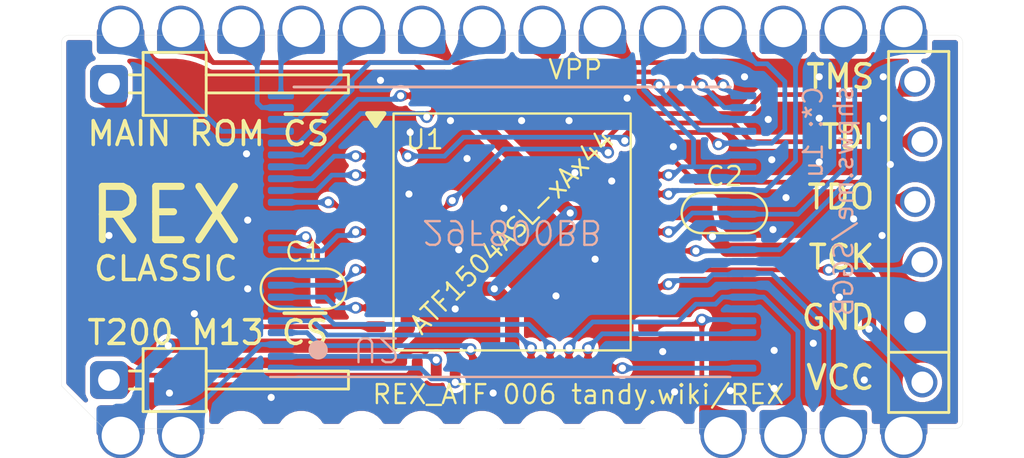
<source format=kicad_pcb>
(kicad_pcb (version 20240108) (generator "pcbnew") (generator_version "8.0")
  (title_block (title "REX_ATF") (date "2024-07-23") (rev "006") (company "Brian K. White - b.kenyon.w@gmail.com") (comment 1 "Original design: Steve Adolph") (comment 2 "tandy.wiki/REX"))
  (layers (0 "F.Cu" signal "Top") (31 "B.Cu" signal "Bottom") (34 "B.Paste" user) (35 "F.Paste" user) (36 "B.SilkS" user "B.Silkscreen") (37 "F.SilkS" user "F.Silkscreen") (38 "B.Mask" user) (39 "F.Mask" user) (44 "Edge.Cuts" user))
  (net 0 "")
  (net 1 "GND")
  (net 2 "VBUS")
  (net 3 "/ad5")
  (net 4 "/ad3")
  (net 5 "/ad7")
  (net 6 "/ad4")
  (net 7 "/ad0")
  (net 8 "/ad1")
  (net 9 "/ad6")
  (net 10 "/ad2")
  (net 11 "/A8")
  (net 12 "/TDI")
  (net 13 "/A9")
  (net 14 "/A10")
  (net 15 "/A11")
  (net 16 "/A12")
  (net 17 "/A13")
  (net 18 "/A14")
  (net 19 "/TCK")
  (net 20 "/ALE")
  (net 21 "/TDO")
  (net 22 "/~{OE}")
  (net 23 "/TMS")
  (net 24 "/al3")
  (net 25 "/al7")
  (net 26 "/au19")
  (net 27 "/au15")
  (net 28 "/al6")
  (net 29 "/au16")
  (net 30 "/~{CS}")
  (net 31 "/~{CSA}")
  (net 32 "/~{CSB}")
  (net 33 "/al5")
  (net 34 "/~{WE}mem")
  (net 35 "/al0")
  (net 36 "/al2")
  (net 37 "/al1")
  (net 38 "/~{CE}mem")
  (net 39 "/~{BY}mem")
  (net 40 "/al4")
  (net 41 "/au18")
  (net 42 "/au17")
  (net 43 "/~{OE}mem")
  (net 44 "VPP")
  (footprint "000_LOCAL:VQFP44" (layer "F.Cu") (at 137.2184 99.187)
    (property "Reference" "U1")
    (property "Value" "ATF1504ASL-xAx44" (hide yes))
  )
  (footprint "000_LOCAL:C_0805" (layer "F.Cu") (at 128.4184 101.587 180)
    (property "Reference" "C1")
    (property "Value" "1u")
  )
  (footprint "000_LOCAL:1x6_pcb_socket" (layer "F.Cu") (at 154.3634 99.187 90)
    (property "Reference" "J2")
    (property "Value" "JTAG")
  )
  (footprint "000_LOCAL:1x1_pin_h" (layer "F.Cu") (at 120.2184 92.937)
    (property "Reference" "TP1" (hide yes))
    (property "Value" "MAIN ROM ~{CS}")
  )
  (footprint "000_LOCAL:Molex78802_PCB_28_REX" (layer "F.Cu") (at 137.2184 99.187 90)
    (property "Reference" "J1" (hide yes))
    (property "Value" "Tandy_100_102_200_option_rom" (hide yes))
    (fp_line (start 8 -19) (end -6.5 -19) (stroke (width 0.01)) (layer "Edge.Cuts"))
    (fp_line (start -6.5 -19) (end -8.3 -17.2) (stroke (width 0.01)) (layer "Edge.Cuts"))
    (fp_line (start 8.3 18.7) (end 8.3 -18.7) (stroke (width 0.01)) (layer "Edge.Cuts"))
    (fp_line (start -8.3 18.7) (end -8.3 -17.2) (stroke (width 0.01)) (layer "Edge.Cuts"))
    (fp_line (start -8 19) (end 8 19) (stroke (width 0.01)) (layer "Edge.Cuts"))
    (fp_arc (start 8 -19) (mid 8.212132 -18.912132) (end 8.3 -18.7) (stroke (width 0.01)) (layer "Edge.Cuts"))
    (fp_arc (start 8.3 18.7) (mid 8.212132 18.912132) (end 8 19) (stroke (width 0.01)) (layer "Edge.Cuts"))
    (fp_arc (start -8 19) (mid -8.212132 18.912132) (end -8.3 18.7) (stroke (width 0.01)) (layer "Edge.Cuts"))
  )
  (footprint "000_LOCAL:TP_D0.8" (layer "F.Cu") (at 138.0184 92.337)
    (property "Reference" "TP3" (hide yes))
    (property "Value" "VPP")
  )
  (footprint "000_LOCAL:C_0805" (layer "F.Cu") (at 146.1684 98.387)
    (property "Reference" "C2")
    (property "Value" "1u")
  )
  (footprint "000_LOCAL:1x1_pin_h" (layer "F.Cu") (at 120.2184 105.437)
    (property "Reference" "TP2" (hide yes))
    (property "Value" "T200 M13 ~{CS}")
  )
  (footprint "000_LOCAL:TSOP-48" (layer "B.Cu") (at 137.2184 99.187)
    (property "Reference" "U2")
    (property "Value" "29F800BB")
  )
  (gr_text "C*: ${00000000-0000-0000-0000-00005d17005c:VALUE}\nshpws.me/SGGB" (at 150.5534 92.964 90) (layer "B.SilkS") (effects (font (size 0.8 0.8) (thickness 0.1)) (justify left mirror)))
  (gr_text "${TITLE} ${REVISION} ${COMMENT2}" (at 140.0124 106.045 0) (layer "F.SilkS") (effects (font (size 0.8 0.8) (thickness 0.1))))
  (gr_text "TCK" (at 152.5854 100.838 0) (layer "F.SilkS") (effects (font (size 1 1)) (justify right bottom)))
  (gr_text "TDO" (at 152.5854 98.298 0) (layer "F.SilkS") (effects (font (size 1 1)) (justify right bottom)))
  (gr_text "GND" (at 152.5854 103.378 0) (layer "F.SilkS") (effects (font (size 1 1)) (justify right bottom)))
  (gr_text "VCC" (at 152.5854 105.918 0) (layer "F.SilkS") (effects (font (size 1 1)) (justify right bottom)))
  (gr_text "TMS" (at 152.5854 93.218 0) (layer "F.SilkS") (effects (font (size 1 1)) (justify right bottom)))
  (gr_text "TDI" (at 152.5854 95.758 0) (layer "F.SilkS") (effects (font (size 1 1)) (justify right bottom)))
  (gr_text "CLASSIC" (at 122.6184 100.737 0) (layer "F.SilkS") (effects (font (size 1 1))))
  (gr_text "REX" (at 122.6184 98.487 0) (layer "F.SilkS") (effects (font (size 2.25 2.25) (thickness 0.3))))
  (via (at 126.0684 98.687) (size 0.46) (drill 0.3) (layers "F.Cu" "B.Cu") (net 1))
  (via (at 120.2184 99.337) (size 0.46) (drill 0.3) (layers "F.Cu" "B.Cu") (net 1))
  (via (at 152.8184 99.337) (size 0.5) (drill 0.3) (layers "F.Cu" "B.Cu") (net 1))
  (via (at 148.7684 97.737) (size 0.46) (drill 0.3) (layers "F.Cu" "B.Cu") (net 1))
  (via (at 144.3184 93.087) (size 0.5) (drill 0.3) (layers "F.Cu" "B.Cu") (net 1))
  (via (at 139.8684 96.687) (size 0.5) (drill 0.3) (layers "F.Cu" "B.Cu") (net 1))
  (via (at 141.4184 97.037) (size 0.5) (drill 0.3) (layers "F.Cu" "B.Cu") (net 1))
  (via (at 126.0684 101.587) (size 0.46) (drill 0.3) (layers "F.Cu" "B.Cu") (net 1))
  (via (at 132.8684 97.587) (size 0.5) (drill 0.3) (layers "F.Cu" "B.Cu") (net 1))
  (via (at 136.8684 98.187) (size 0.5) (drill 0.3) (layers "F.Cu" "B.Cu") (net 1))
  (via (at 144.0684 105.937) (size 0.5) (drill 0.3) (layers "F.Cu" "B.Cu") (net 1))
  (via (at 136.4184 105.987) (size 0.5) (drill 0.3) (layers "F.Cu" "B.Cu") (net 1))
  (via (at 134.8184 102.437) (size 0.46) (drill 0.3) (layers "F.Cu" "B.Cu") (net 1))
  (via (at 146.4184 105.887) (size 0.5) (drill 0.3) (layers "F.Cu" "B.Cu") (net 1))
  (via (at 150.1684 96.237) (size 0.46) (drill 0.3) (layers "F.Cu" "B.Cu") (net 1))
  (via (at 126.0184 95.887) (size 0.46) (drill 0.3) (layers "F.Cu" "B.Cu") (net 1))
  (via (at 122.7684 105.987) (size 0.46) (drill 0.3) (layers "F.Cu" "B.Cu") (net 1))
  (via (at 123.8184 102.637) (size 0.46) (drill 0.3) (layers "F.Cu" "B.Cu") (net 1))
  (via (at 152.8684 94.387) (size 0.46) (drill 0.3) (layers "F.Cu" "B.Cu") (net 1))
  (via (at 131.6684 92.787) (size 0.5) (drill 0.3) (layers "F.Cu" "B.Cu") (net 1))
  (via (at 135.3184 96.087) (size 0.5) (drill 0.3) (layers "F.Cu" "B.Cu") (net 1))
  (via (at 148.2684 105.787) (size 0.5) (drill 0.3) (layers "F.Cu" "B.Cu") (net 1))
  (via (at 142.0684 93.537) (size 0.5) (drill 0.3) (layers "F.Cu" "B.Cu") (net 1))
  (via (at 148.0184 94.437) (size 0.46) (drill 0.3) (layers "F.Cu" "B.Cu") (net 1))
  (via (at 140.7184 100.337) (size 0.5) (drill 0.3) (layers "F.Cu" "B.Cu") (net 1))
  (via (at 147.0184 92.637) (size 0.46) (drill 0.3) (layers "F.Cu" "B.Cu") (net 1))
  (via (at 148.2184 99.087) (size 0.46) (drill 0.3) (layers "F.Cu" "B.Cu") (net 1))
  (via (at 149.9184 103.887) (size 0.5) (drill 0.3) (layers "F.Cu" "B.Cu") (net 1))
  (via (at 148.2684 104.187) (size 0.5) (drill 0.3) (layers "F.Cu" "B.Cu") (net 1))
  (via (at 152.0684 105.437) (size 0.5) (drill 0.3) (layers "F.Cu" "B.Cu") (net 1))
  (via (at 139.0684 101.887) (size 0.5) (drill 0.3) (layers "F.Cu" "B.Cu") (net 1))
  (via (at 153.1684 96.337) (size 0.5) (drill 0.3) (layers "F.Cu" "B.Cu") (net 1))
  (via (at 150.1684 92.637) (size 0.5) (drill 0.3) (layers "F.Cu" "B.Cu") (net 1))
  (via (at 134.6184 94.487) (size 0.5) (drill 0.3) (layers "F.Cu" "B.Cu") (net 1))
  (via (at 137.6184 94.487) (size 0.5) (drill 0.3) (layers "F.Cu" "B.Cu") (net 1))
  (via (at 148.1684 96.137) (size 0.5) (drill 0.3) (layers "F.Cu" "B.Cu") (net 1))
  (via (at 150.1684 94.387) (size 0.46) (drill 0.3) (layers "F.Cu" "B.Cu") (net 1))
  (via (at 144.0184 95.587) (size 0.5) (drill 0.3) (layers "F.Cu" "B.Cu") (net 1))
  (via (at 151.6184 98.637) (size 0.46) (drill 0.3) (layers "F.Cu" "B.Cu") (net 1))
  (via (at 151.0184 101.937) (size 0.46) (drill 0.3) (layers "F.Cu" "B.Cu") (net 1))
  (via (at 152.8684 92.637) (size 0.5) (drill 0.3) (layers "F.Cu" "B.Cu") (net 1))
  (via (at 127.0584 106.172) (size 0.46) (drill 0.3) (layers "F.Cu" "B.Cu") (net 1))
  (via (at 143.5684 104.237) (size 0.5) (drill 0.3) (layers "F.Cu" "B.Cu") (net 1))
  (via (at 139.6184 94.487) (size 0.5) (drill 0.3) (layers "F.Cu" "B.Cu") (net 1))
  (via (at 134.9684 99.937) (size 0.5) (drill 0.3) (layers "F.Cu" "B.Cu") (net 1))
  (via (at 132.9184 94.987) (size 0.5) (drill 0.3) (layers "F.Cu" "B.Cu") (net 1))
  (segment (start 132.8184 103.237) (end 132.8184 101.587) (width 0.6) (layer "F.Cu") (net 2))
  (segment (start 129.0184 99.887) (end 129.0184 101.262) (width 0.2) (layer "F.Cu") (net 2))
  (segment (start 146.2684 99.937) (end 151.0184 99.937) (width 0.6) (layer "F.Cu") (net 2))
  (segment (start 132.0684 103.987) (end 132.8184 103.237) (width 0.6) (layer "F.Cu") (net 2))
  (segment (start 129.0184 101.262) (end 129.3434 101.587) (width 0.2) (layer "F.Cu") (net 2))
  (segment (start 137.2184 102.337) (end 137.2184 104.937) (width 0.6) (layer "F.Cu") (net 2))
  (segment (start 142.9684 98.387) (end 139.6684 98.387) (width 0.6) (layer "F.Cu") (net 2))
  (segment (start 151.0184 99.937) (end 152.2684 101.187) (width 0.6) (layer "F.Cu") (net 2))
  (segment (start 120.7084 107.1626) (end 120.9228 107.1626) (width 0.6) (layer "F.Cu") (net 2))
  (segment (start 129.3434 101.587) (end 131.4684 101.587) (width 0.6) (layer "F.Cu") (net 2))
  (segment (start 152.2684 101.187) (end 152.2684 103.2896) (width 0.6) (layer "F.Cu") (net 2))
  (segment (start 139.6684 98.387) (end 135.6184 94.337) (width 0.6) (layer "F.Cu") (net 2))
  (segment (start 142.9684 98.387) (end 145.2434 98.387) (width 0.6) (layer "F.Cu") (net 2))
  (segment (start 128.5184 99.387) (end 129.0184 99.887) (width 0.2) (layer "F.Cu") (net 2))
  (segment (start 145.2434 98.387) (end 145.2434 98.912) (width 0.6) (layer "F.Cu") (net 2))
  (segment (start 136.4684 101.587) (end 137.2184 102.337) (width 0.6) (layer "F.Cu") (net 2))
  (segment (start 145.2434 98.912) (end 146.2684 99.937) (width 0.6) (layer "F.Cu") (net 2))
  (segment (start 131.4684 101.587) (end 136.4684 101.587) (width 0.6) (layer "F.Cu") (net 2))
  (segment (start 135.6184 94.337) (end 135.6184 93.437) (width 0.6) (layer "F.Cu") (net 2))
  (segment (start 122.7184 103.987) (end 132.0684 103.987) (width 0.6) (layer "F.Cu") (net 2))
  (via (at 122.7184 103.987) (size 0.46) (drill 0.3) (layers "F.Cu" "B.Cu") (net 2))
  (via (at 145.6684 99.387) (size 0.5) (drill 0.3) (layers "F.Cu" "B.Cu") (net 2))
  (via (at 152.2684 103.2896) (size 0.46) (drill 0.3) (layers "F.Cu" "B.Cu") (net 2))
  (via (at 128.5184 99.387) (size 0.46) (drill 0.3) (layers "F.Cu" "B.Cu") (net 2))
  (via (at 139.6684 98.387) (size 0.46) (drill 0.3) (layers "F.Cu" "B.Cu") (net 2))
  (via (at 136.4684 101.587) (size 0.46) (drill 0.3) (layers "F.Cu" "B.Cu") (net 2))
  (segment (start 145.7184 99.437) (end 146.9684 99.437) (width 0.3) (layer "B.Cu") (net 2))
  (segment (start 122.7184 103.987) (end 121.6184 105.087) (width 0.6) (layer "B.Cu") (net 2))
  (segment (start 120.7084 107.1626) (end 120.9228 107.1626) (width 0.6) (layer "B.Cu") (net 2))
  (segment (start 145.6684 99.387) (end 145.7184 99.437) (width 0.3) (layer "B.Cu") (net 2))
  (segment (start 128.4684 99.437) (end 127.4684 99.437) (width 0.2) (layer "B.Cu") (net 2))
  (segment (start 136.4684 101.587) (end 139.6684 98.387) (width 0.6) (layer "B.Cu") (net 2))
  (segment (start 121.6184 106.637) (end 121.0928 107.1626) (width 0.6) (layer "B.Cu") (net 2))
  (segment (start 128.5184 99.387) (end 128.4684 99.437) (width 0.2) (layer "B.Cu") (net 2))
  (segment (start 121.6184 105.087) (end 121.6184 106.637) (width 0.6) (layer "B.Cu") (net 2))
  (segment (start 152.2684 103.2896) (end 154.5158 105.537) (width 0.6) (layer "B.Cu") (net 2))
  (segment (start 121.0928 107.1626) (end 120.7084 107.1626) (width 0.6) (layer "B.Cu") (net 2))
  (segment (start 143.8184 97.587) (end 142.9684 97.587) (width 0.2) (layer "F.Cu") (net 3))
  (via (at 143.8184 97.587) (size 0.5) (drill 0.3) (layers "F.Cu" "B.Cu") (net 3))
  (segment (start 143.9684 97.437) (end 146.9684 97.437) (width 0.2) (layer "B.Cu") (net 3))
  (segment (start 149.1684 91.187) (end 149.1039 91.1225) (width 0.2) (layer "B.Cu") (net 3))
  (segment (start 149.1684 96.187) (end 149.1684 91.187) (width 0.2) (layer "B.Cu") (net 3))
  (segment (start 143.8184 97.587) (end 143.9684 97.437) (width 0.2) (layer "B.Cu") (net 3))
  (segment (start 149.1039 91.1225) (end 148.6484 91.1225) (width 0.2) (layer "B.Cu") (net 3))
  (segment (start 147.9184 97.437) (end 149.1684 96.187) (width 0.2) (layer "B.Cu") (net 3))
  (segment (start 146.9684 97.437) (end 147.9184 97.437) (width 0.2) (layer "B.Cu") (net 3))
  (segment (start 144.9684 99.987) (end 142.9684 99.987) (width 0.2) (layer "F.Cu") (net 4))
  (via (at 144.9684 99.987) (size 0.5) (drill 0.3) (layers "F.Cu" "B.Cu") (net 4))
  (segment (start 151.6684 96.737) (end 151.6684 92.737) (width 0.2) (layer "B.Cu") (net 4))
  (segment (start 153.2829 91.1225) (end 153.7284 91.1225) (width 0.2) (layer "B.Cu") (net 4))
  (segment (start 151.6684 92.737) (end 153.2829 91.1225) (width 0.2) (layer "B.Cu") (net 4))
  (segment (start 148.4684 99.937) (end 151.6684 96.737) (width 0.2) (layer "B.Cu") (net 4))
  (segment (start 146.9184 99.987) (end 146.9684 99.937) (width 0.2) (layer "B.Cu") (net 4))
  (segment (start 146.9684 99.937) (end 148.4684 99.937) (width 0.2) (layer "B.Cu") (net 4))
  (segment (start 144.9684 99.987) (end 146.9184 99.987) (width 0.2) (layer "B.Cu") (net 4))
  (segment (start 142.9684 96.787) (end 143.8184 96.787) (width 0.2) (layer "F.Cu") (net 5))
  (via (at 143.8184 96.787) (size 0.5) (drill 0.3) (layers "F.Cu" "B.Cu") (net 5))
  (segment (start 144.0309 96.787) (end 143.8184 96.787) (width 0.2) (layer "B.Cu") (net 5))
  (segment (start 144.8684 96.437) (end 144.3809 96.437) (width 0.2) (layer "B.Cu") (net 5))
  (segment (start 142.7684 93.187) (end 144.8684 95.287) (width 0.2) (layer "B.Cu") (net 5))
  (segment (start 144.3809 96.437) (end 144.0309 96.787) (width 0.2) (layer "B.Cu") (net 5))
  (segment (start 144.8684 95.287) (end 144.8684 96.437) (width 0.2) (layer "B.Cu") (net 5))
  (segment (start 142.7684 91.1225) (end 142.7684 93.187) (width 0.2) (layer "B.Cu") (net 5))
  (segment (start 146.9684 96.437) (end 144.8684 96.437) (width 0.2) (layer "B.Cu") (net 5))
  (segment (start 143.5684 91.1225) (end 142.7684 91.1225) (width 0.2) (layer "B.Cu") (net 5))
  (segment (start 143.8184 99.187) (end 142.9684 99.187) (width 0.2) (layer "F.Cu") (net 6))
  (via (at 143.8184 99.187) (size 0.5) (drill 0.3) (layers "F.Cu" "B.Cu") (net 6))
  (segment (start 151.1884 96.517) (end 151.1884 91.1225) (width 0.2) (layer "B.Cu") (net 6))
  (segment (start 143.8184 99.187) (end 144.0184 99.187) (width 0.2) (layer "B.Cu") (net 6))
  (segment (start 144.8184 98.387) (end 146.9184 98.387) (width 0.2) (layer "B.Cu") (net 6))
  (segment (start 146.9184 98.387) (end 146.9684 98.437) (width 0.2) (layer "B.Cu") (net 6))
  (segment (start 149.2684 98.437) (end 151.1884 96.517) (width 0.2) (layer "B.Cu") (net 6))
  (segment (start 146.9684 98.437) (end 149.2684 98.437) (width 0.2) (layer "B.Cu") (net 6))
  (segment (start 144.0184 99.187) (end 144.8184 98.387) (width 0.2) (layer "B.Cu") (net 6))
  (segment (start 143.0684 103.087) (end 142.9684 103.187) (width 0.2) (layer "F.Cu") (net 7))
  (segment (start 145.2184 102.887) (end 145.2184 107.2515) (width 0.2) (layer "F.Cu") (net 7))
  (segment (start 145.0184 103.087) (end 143.0684 103.087) (width 0.2) (layer "F.Cu") (net 7))
  (segment (start 145.2184 107.2515) (end 146.1084 107.2515) (width 0.2) (layer "F.Cu") (net 7))
  (segment (start 145.2184 102.887) (end 145.0184 103.087) (width 0.2) (layer "F.Cu") (net 7))
  (via (at 145.2184 102.887) (size 0.5) (drill 0.3) (layers "F.Cu" "B.Cu") (net 7))
  (segment (start 145.2184 102.887) (end 146.9184 102.887) (width 0.2) (layer "B.Cu") (net 7))
  (segment (start 146.9184 102.887) (end 146.9684 102.937) (width 0.2) (layer "B.Cu") (net 7))
  (segment (start 139.6184 104.087) (end 139.6184 104.937) (width 0.2) (layer "F.Cu") (net 8))
  (via (at 139.6184 104.087) (size 0.5) (drill 0.3) (layers "F.Cu" "B.Cu") (net 8))
  (segment (start 144.2184 102.987) (end 144.9684 102.237) (width 0.2) (layer "B.Cu") (net 8))
  (segment (start 147.8184 101.937) (end 146.9684 101.937) (width 0.2) (layer "B.Cu") (net 8))
  (segment (start 144.9684 102.237) (end 145.7934 102.237) (width 0.2) (layer "B.Cu") (net 8))
  (segment (start 148.6484 107.2515) (end 149.2684 107.2515) (width 0.2) (layer "B.Cu") (net 8))
  (segment (start 139.6184 104.087) (end 139.6184 103.987) (width 0.2) (layer "B.Cu") (net 8))
  (segment (start 140.6184 102.987) (end 144.2184 102.987) (width 0.2) (layer "B.Cu") (net 8))
  (segment (start 149.2684 107.2515) (end 149.2684 103.387) (width 0.2) (layer "B.Cu") (net 8))
  (segment (start 145.7934 102.237) (end 146.0934 101.937) (width 0.2) (layer "B.Cu") (net 8))
  (segment (start 146.0934 101.937) (end 146.9684 101.937) (width 0.2) (layer "B.Cu") (net 8))
  (segment (start 149.2684 103.387) (end 147.8184 101.937) (width 0.2) (layer "B.Cu") (net 8))
  (segment (start 139.6184 103.987) (end 140.6184 102.987) (width 0.2) (layer "B.Cu") (net 8))
  (segment (start 145.9684 91.2625) (end 146.1084 91.1225) (width 0.2) (layer "F.Cu") (net 9))
  (segment (start 145.4184 94.987) (end 143.1684 94.987) (width 0.2) (layer "F.Cu") (net 9))
  (segment (start 145.9184 95.487) (end 145.4184 94.987) (width 0.2) (layer "F.Cu") (net 9))
  (segment (start 143.1684 94.987) (end 142.9684 95.187) (width 0.2) (layer "F.Cu") (net 9))
  (via (at 145.9184 95.487) (size 0.5) (drill 0.3) (layers "F.Cu" "B.Cu") (net 9))
  (segment (start 145.9184 95.487) (end 145.9684 95.437) (width 0.2) (layer "B.Cu") (net 9))
  (segment (start 146.9684 95.437) (end 148.1684 95.437) (width 0.2) (layer "B.Cu") (net 9))
  (segment (start 147.9684 92.087) (end 147.5184 92.087) (width 0.2) (layer "B.Cu") (net 9))
  (segment (start 148.1684 95.437) (end 148.7184 94.887) (width 0.2) (layer "B.Cu") (net 9))
  (segment (start 147.5184 92.087) (end 146.5539 91.1225) (width 0.2) (layer "B.Cu") (net 9))
  (segment (start 148.7184 92.837) (end 147.9684 92.087) (width 0.2) (layer "B.Cu") (net 9))
  (segment (start 145.9684 95.437) (end 146.9684 95.437) (width 0.2) (layer "B.Cu") (net 9))
  (segment (start 148.7184 94.887) (end 148.7184 92.837) (width 0.2) (layer "B.Cu") (net 9))
  (segment (start 146.5539 91.1225) (end 146.1084 91.1225) (width 0.2) (layer "B.Cu") (net 9))
  (segment (start 143.8184 101.387) (end 143.7184 101.487) (width 0.2) (layer "F.Cu") (net 10))
  (segment (start 143.0684 101.487) (end 142.9684 101.587) (width 0.2) (layer "F.Cu") (net 10))
  (segment (start 143.7184 101.487) (end 143.0684 101.487) (width 0.2) (layer "F.Cu") (net 10))
  (via (at 143.8184 101.387) (size 0.5) (drill 0.3) (layers "F.Cu" "B.Cu") (net 10))
  (segment (start 148.1684 100.937) (end 146.9684 100.937) (width 0.2) (layer "B.Cu") (net 10))
  (segment (start 143.9684 101.237) (end 145.4184 101.237) (width 0.2) (layer "B.Cu") (net 10))
  (segment (start 146.9184 100.987) (end 146.9684 100.937) (width 0.2) (layer "B.Cu") (net 10))
  (segment (start 151.1884 107.2515) (end 150.5684 107.2515) (width 0.2) (layer "B.Cu") (net 10))
  (segment (start 145.6684 100.987) (end 146.9184 100.987) (width 0.2) (layer "B.Cu") (net 10))
  (segment (start 150.5684 103.337) (end 148.1684 100.937) (width 0.2) (layer "B.Cu") (net 10))
  (segment (start 150.5684 107.2515) (end 150.5684 103.337) (width 0.2) (layer "B.Cu") (net 10))
  (segment (start 145.4184 101.237) (end 145.6684 100.987) (width 0.2) (layer "B.Cu") (net 10))
  (segment (start 143.8184 101.387) (end 143.9684 101.237) (width 0.2) (layer "B.Cu") (net 10))
  (segment (start 127.4684 93.937) (end 126.6684 93.937) (width 0.2) (layer "B.Cu") (net 11))
  (segment (start 126.4684 91.1225) (end 125.7884 91.1225) (width 0.2) (layer "B.Cu") (net 11))
  (segment (start 126.4684 93.737) (end 126.4684 91.1225) (width 0.2) (layer "B.Cu") (net 11))
  (segment (start 126.6684 93.937) (end 126.4684 93.737) (width 0.2) (layer "B.Cu") (net 11))
  (segment (start 131.5684 95.287) (end 131.4684 95.187) (width 0.2) (layer "F.Cu") (net 12))
  (segment (start 147.3084 95.377) (end 154.5158 95.377) (width 0.2) (layer "F.Cu") (net 12))
  (segment (start 141.9684 95.337) (end 141.9684 95.112) (width 0.2) (layer "F.Cu") (net 12))
  (segment (start 132.8184 95.987) (end 132.1184 95.287) (width 0.2) (layer "F.Cu") (net 12))
  (segment (start 132.1184 95.287) (end 131.5684 95.287) (width 0.2) (layer "F.Cu") (net 12))
  (segment (start 141.9684 95.112) (end 142.4934 94.587) (width 0.2) (layer "F.Cu") (net 12))
  (segment (start 142.4934 94.587) (end 146.5184 94.587) (width 0.2) (layer "F.Cu") (net 12))
  (segment (start 146.5184 94.587) (end 147.3084 95.377) (width 0.2) (layer "F.Cu") (net 12))
  (via (at 141.9684 95.337) (size 0.5) (drill 0.3) (layers "F.Cu" "B.Cu") (net 12))
  (via (at 132.8184 95.987) (size 0.5) (drill 0.3) (layers "F.Cu" "B.Cu") (net 12))
  (segment (start 132.8184 95.987) (end 134.3684 95.987) (width 0.2) (layer "B.Cu") (net 12))
  (segment (start 135.1684 95.187) (end 141.8184 95.187) (width 0.2) (layer "B.Cu") (net 12))
  (segment (start 141.8184 95.187) (end 141.9684 95.337) (width 0.2) (layer "B.Cu") (net 12))
  (segment (start 134.3684 95.987) (end 135.1684 95.187) (width 0.2) (layer "B.Cu") (net 12))
  (segment (start 128.3284 91.1225) (end 127.4684 91.9825) (width 0.2) (layer "B.Cu") (net 13))
  (segment (start 127.4684 91.9825) (end 127.4684 93.437) (width 0.2) (layer "B.Cu") (net 13))
  (segment (start 124.1184 106.437) (end 124.1184 107.2515) (width 0.2) (layer "B.Cu") (net 14))
  (segment (start 124.1184 107.2515) (end 123.2484 107.2515) (width 0.2) (layer "B.Cu") (net 14))
  (segment (start 127.4684 103.937) (end 126.6184 103.937) (width 0.2) (layer "B.Cu") (net 14))
  (segment (start 126.6184 103.937) (end 124.1184 106.437) (width 0.2) (layer "B.Cu") (net 14))
  (segment (start 141.46615 91.1225) (end 141.0284 91.1225) (width 0.2) (layer "F.Cu") (net 15))
  (segment (start 142.38065 92.037) (end 141.46615 91.1225) (width 0.2) (layer "F.Cu") (net 15))
  (segment (start 145.1684 92.037) (end 142.38065 92.037) (width 0.2) (layer "F.Cu") (net 15))
  (segment (start 146.1184 92.987) (end 145.1684 92.037) (width 0.2) (layer "F.Cu") (net 15))
  (via (at 146.1184 92.987) (size 0.5) (drill 0.3) (layers "F.Cu" "B.Cu") (net 15))
  (segment (start 146.1184 92.987) (end 146.5684 93.437) (width 0.2) (layer "B.Cu") (net 15))
  (segment (start 146.5684 93.437) (end 146.9684 93.437) (width 0.2) (layer "B.Cu") (net 15))
  (segment (start 127.4684 94.437) (end 128.2184 94.437) (width 0.2) (layer "B.Cu") (net 16))
  (segment (start 129.9684 92.687) (end 129.9684 91.1225) (width 0.2) (layer "B.Cu") (net 16))
  (segment (start 129.9684 91.1225) (end 130.8684 91.1225) (width 0.2) (layer "B.Cu") (net 16))
  (segment (start 128.2184 94.437) (end 129.9684 92.687) (width 0.2) (layer "B.Cu") (net 16))
  (segment (start 130.4684 92.787) (end 131.2184 92.037) (width 0.2) (layer "B.Cu") (net 17))
  (segment (start 131.2184 92.037) (end 134.5684 92.037) (width 0.2) (layer "B.Cu") (net 17))
  (segment (start 134.5684 92.037) (end 135.4829 91.1225) (width 0.2) (layer "B.Cu") (net 17))
  (segment (start 135.4829 91.1225) (end 135.9484 91.1225) (width 0.2) (layer "B.Cu") (net 17))
  (segment (start 127.4684 95.437) (end 128.2184 95.437) (width 0.2) (layer "B.Cu") (net 17))
  (segment (start 130.4684 93.187) (end 130.4684 92.787) (width 0.2) (layer "B.Cu") (net 17))
  (segment (start 128.2184 95.437) (end 130.4684 93.187) (width 0.2) (layer "B.Cu") (net 17))
  (segment (start 121.1539 91.1225) (end 120.7084 91.1225) (width 0.2) (layer "B.Cu") (net 18))
  (segment (start 127.4684 94.937) (end 124.9684 94.937) (width 0.2) (layer "B.Cu") (net 18))
  (segment (start 124.9684 94.937) (end 121.1539 91.1225) (width 0.2) (layer "B.Cu") (net 18))
  (segment (start 142.9684 100.787) (end 150.5684 100.787) (width 0.2) (layer "F.Cu") (net 19))
  (via (at 150.5684 100.787) (size 0.5) (drill 0.3) (layers "F.Cu" "B.Cu") (net 19))
  (segment (start 150.5684 100.787) (end 154.1858 100.787) (width 0.2) (layer "B.Cu") (net 19))
  (segment (start 154.1858 100.787) (end 154.5158 100.457) (width 0.2) (layer "B.Cu") (net 19))
  (segment (start 133.8539 91.1225) (end 133.4084 91.1225) (width 0.2) (layer "F.Cu") (net 20))
  (segment (start 136.4184 92.687) (end 135.7684 92.037) (width 0.2) (layer "F.Cu") (net 20))
  (segment (start 135.7684 92.037) (end 134.7684 92.037) (width 0.2) (layer "F.Cu") (net 20))
  (segment (start 134.7684 92.037) (end 133.8539 91.1225) (width 0.2) (layer "F.Cu") (net 20))
  (segment (start 136.4184 93.437) (end 136.4184 92.687) (width 0.2) (layer "F.Cu") (net 20))
  (segment (start 144.0684 96.187) (end 143.1684 96.187) (width 0.2) (layer "F.Cu") (net 21))
  (segment (start 153.4484 97.917) (end 152.6184 97.087) (width 0.2) (layer "F.Cu") (net 21))
  (segment (start 154.211 97.917) (end 153.4484 97.917) (width 0.2) (layer "F.Cu") (net 21))
  (segment (start 143.1684 96.187) (end 142.9684 95.987) (width 0.2) (layer "F.Cu") (net 21))
  (segment (start 152.6184 97.087) (end 144.9684 97.087) (width 0.2) (layer "F.Cu") (net 21))
  (segment (start 144.9684 97.087) (end 144.0684 96.187) (width 0.2) (layer "F.Cu") (net 21))
  (segment (start 138.9184 93.337) (end 138.9184 91.5525) (width 0.2) (layer "F.Cu") (net 22))
  (segment (start 138.8184 93.437) (end 138.9184 93.337) (width 0.2) (layer "F.Cu") (net 22))
  (segment (start 138.9184 91.5525) (end 138.4884 91.1225) (width 0.2) (layer "F.Cu") (net 22))
  (segment (start 134.6934 97.862) (end 132.5684 99.987) (width 0.2) (layer "F.Cu") (net 23))
  (segment (start 132.5684 99.987) (end 131.4684 99.987) (width 0.2) (layer "F.Cu") (net 23))
  (segment (start 146.9684 94.187) (end 147.7684 93.387) (width 0.2) (layer "F.Cu") (net 23))
  (segment (start 153.661 93.387) (end 154.211 92.837) (width 0.2) (layer "F.Cu") (net 23))
  (segment (start 147.7684 93.387) (end 153.661 93.387) (width 0.2) (layer "F.Cu") (net 23))
  (segment (start 141.2684 95.187) (end 142.2684 94.187) (width 0.2) (layer "F.Cu") (net 23))
  (segment (start 142.2684 94.187) (end 146.9684 94.187) (width 0.2) (layer "F.Cu") (net 23))
  (segment (start 141.2684 95.837) (end 141.2684 95.187) (width 0.2) (layer "F.Cu") (net 23))
  (via (at 134.6934 97.862) (size 0.5) (drill 0.3) (layers "F.Cu" "B.Cu") (net 23))
  (via (at 141.2684 95.837) (size 0.5) (drill 0.3) (layers "F.Cu" "B.Cu") (net 23))
  (segment (start 141.1184 95.687) (end 136.8684 95.687) (width 0.2) (layer "B.Cu") (net 23))
  (segment (start 136.8684 95.687) (end 134.6934 97.862) (width 0.2) (layer "B.Cu") (net 23))
  (segment (start 141.2684 95.837) (end 141.1184 95.687) (width 0.2) (layer "B.Cu") (net 23))
  (segment (start 133.9184 94.037) (end 133.6184 94.337) (width 0.2) (layer "F.Cu") (net 24))
  (segment (start 134.0184 93.437) (end 133.9184 93.537) (width 0.2) (layer "F.Cu") (net 24))
  (segment (start 133.9184 93.537) (end 133.9184 94.037) (width 0.2) (layer "F.Cu") (net 24))
  (via (at 133.6184 94.337) (size 0.5) (drill 0.3) (layers "F.Cu" "B.Cu") (net 24))
  (segment (start 133.6184 94.337) (end 133.4684 94.187) (width 0.2) (layer "B.Cu") (net 24))
  (segment (start 128.5684 96.437) (end 127.4684 96.437) (width 0.2) (layer "B.Cu") (net 24))
  (segment (start 130.8184 94.187) (end 128.5684 96.437) (width 0.2) (layer "B.Cu") (net 24))
  (segment (start 133.4684 94.187) (end 130.8184 94.187) (width 0.2) (layer "B.Cu") (net 24))
  (segment (start 131.4684 102.387) (end 130.6184 102.387) (width 0.2) (layer "F.Cu") (net 25))
  (via (at 130.6184 102.387) (size 0.5) (drill 0.3) (layers "F.Cu" "B.Cu") (net 25))
  (segment (start 129.3434 101.937) (end 127.4684 101.937) (width 0.2) (layer "B.Cu") (net 25))
  (segment (start 129.7934 102.387) (end 129.3434 101.937) (width 0.2) (layer "B.Cu") (net 25))
  (segment (start 130.6184 102.387) (end 129.7934 102.387) (width 0.2) (layer "B.Cu") (net 25))
  (segment (start 138.8184 104.937) (end 138.8184 104.087) (width 0.2) (layer "F.Cu") (net 26))
  (via (at 138.8184 104.087) (size 0.5) (drill 0.3) (layers "F.Cu" "B.Cu") (net 26))
  (segment (start 129.0684 102.437) (end 127.4684 102.437) (width 0.2) (layer "B.Cu") (net 26))
  (segment (start 138.8184 104.087) (end 138.8184 103.987) (width 0.2) (layer "B.Cu") (net 26))
  (segment (start 129.7184 103.087) (end 129.0684 102.437) (width 0.2) (layer "B.Cu") (net 26))
  (segment (start 138.8184 103.987) (end 137.9184 103.087) (width 0.2) (layer "B.Cu") (net 26))
  (segment (start 137.9184 103.087) (end 129.7184 103.087) (width 0.2) (layer "B.Cu") (net 26))
  (segment (start 134.0184 104.937) (end 134.0184 104.587) (width 0.2) (layer "F.Cu") (net 27))
  (via (at 134.0184 104.587) (size 0.5) (drill 0.3) (layers "F.Cu" "B.Cu") (net 27))
  (segment (start 134.0184 104.587) (end 133.8684 104.437) (width 0.2) (layer "B.Cu") (net 27))
  (segment (start 133.8684 104.437) (end 127.4684 104.437) (width 0.2) (layer "B.Cu") (net 27))
  (segment (start 131.4684 100.787) (end 130.6184 100.787) (width 0.2) (layer "F.Cu") (net 28))
  (via (at 130.6184 100.787) (size 0.5) (drill 0.3) (layers "F.Cu" "B.Cu") (net 28))
  (segment (start 129.9684 101.437) (end 127.4684 101.437) (width 0.2) (layer "B.Cu") (net 28))
  (segment (start 130.6184 100.787) (end 129.9684 101.437) (width 0.2) (layer "B.Cu") (net 28))
  (segment (start 134.8184 104.937) (end 134.8184 105.537) (width 0.2) (layer "F.Cu") (net 29))
  (via (at 134.8184 105.537) (size 0.5) (drill 0.3) (layers "F.Cu" "B.Cu") (net 29))
  (segment (start 134.8184 105.537) (end 134.6684 105.387) (width 0.2) (layer "B.Cu") (net 29))
  (segment (start 134.6684 105.387) (end 133.8059 105.387) (width 0.2) (layer "B.Cu") (net 29))
  (segment (start 133.3559 104.937) (end 127.4684 104.937) (width 0.2) (layer "B.Cu") (net 29))
  (segment (start 133.8059 105.387) (end 133.3559 104.937) (width 0.2) (layer "B.Cu") (net 29))
  (segment (start 124.6184 92.037) (end 123.7039 91.1225) (width 0.2) (layer "F.Cu") (net 30))
  (segment (start 134.7184 92.787) (end 134.3684 92.437) (width 0.2) (layer "F.Cu") (net 30))
  (segment (start 134.7184 93.337) (end 134.7184 92.787) (width 0.2) (layer "F.Cu") (net 30))
  (segment (start 123.7039 91.1225) (end 123.2484 91.1225) (width 0.2) (layer "F.Cu") (net 30))
  (segment (start 134.8184 93.437) (end 134.7184 93.337) (width 0.2) (layer "F.Cu") (net 30))
  (segment (start 133.1184 92.037) (end 124.6184 92.037) (width 0.2) (layer "F.Cu") (net 30))
  (segment (start 133.5184 92.437) (end 133.1184 92.037) (width 0.2) (layer "F.Cu") (net 30))
  (segment (start 134.3684 92.437) (end 133.5184 92.437) (width 0.2) (layer "F.Cu") (net 30))
  (segment (start 126.2434 103.187) (end 120.7684 97.712) (width 0.2) (layer "F.Cu") (net 31))
  (segment (start 120.7684 97.712) (end 120.7684 93.487) (width 0.2) (layer "F.Cu") (net 31))
  (segment (start 120.7684 93.487) (end 120.2184 92.937) (width 0.2) (layer "F.Cu") (net 31))
  (segment (start 131.4684 103.187) (end 126.2434 103.187) (width 0.2) (layer "F.Cu") (net 31))
  (segment (start 120.4184 105.237) (end 133.2184 105.237) (width 0.2) (layer "F.Cu") (net 32))
  (segment (start 120.2184 105.437) (end 120.4184 105.237) (width 0.2) (layer "F.Cu") (net 32))
  (segment (start 133.2184 105.237) (end 133.2184 104.937) (width 0.2) (layer "F.Cu") (net 32))
  (segment (start 131.4684 96.787) (end 130.6184 96.787) (width 0.2) (layer "F.Cu") (net 33))
  (via (at 130.6184 96.787) (size 0.5) (drill 0.3) (layers "F.Cu" "B.Cu") (net 33))
  (segment (start 128.9684 97.437) (end 127.4684 97.437) (width 0.2) (layer "B.Cu") (net 33))
  (segment (start 130.6184 96.787) (end 129.6184 96.787) (width 0.2) (layer "B.Cu") (net 33))
  (segment (start 129.6184 96.787) (end 128.9684 97.437) (width 0.2) (layer "B.Cu") (net 33))
  (segment (start 131.4684 99.187) (end 130.6184 99.187) (width 0.2) (layer "F.Cu") (net 34))
  (via (at 130.6184 99.187) (size 0.5) (drill 0.3) (layers "F.Cu" "B.Cu") (net 34))
  (segment (start 127.5184 99.987) (end 127.4684 99.937) (width 0.2) (layer "B.Cu") (net 34))
  (segment (start 129.8684 99.337) (end 129.2184 99.987) (width 0.2) (layer "B.Cu") (net 34))
  (segment (start 130.6184 99.187) (end 130.4684 99.337) (width 0.2) (layer "B.Cu") (net 34))
  (segment (start 130.4684 99.337) (end 129.8684 99.337) (width 0.2) (layer "B.Cu") (net 34))
  (segment (start 129.2184 99.987) (end 127.5184 99.987) (width 0.2) (layer "B.Cu") (net 34))
  (segment (start 140.4184 104.937) (end 140.4184 104.087) (width 0.2) (layer "F.Cu") (net 35))
  (via (at 140.4184 104.087) (size 0.5) (drill 0.3) (layers "F.Cu" "B.Cu") (net 35))
  (segment (start 146.9184 103.487) (end 146.9684 103.437) (width 0.2) (layer "B.Cu") (net 35))
  (segment (start 140.4184 104.087) (end 141.0184 103.487) (width 0.2) (layer "B.Cu") (net 35))
  (segment (start 141.0184 103.487) (end 146.9184 103.487) (width 0.2) (layer "B.Cu") (net 35))
  (segment (start 132.5184 93.437) (end 133.2184 93.437) (width 0.2) (layer "F.Cu") (net 36))
  (via (at 132.5184 93.437) (size 0.5) (drill 0.3) (layers "F.Cu" "B.Cu") (net 36))
  (segment (start 132.3684 93.587) (end 130.7184 93.587) (width 0.2) (layer "B.Cu") (net 36))
  (segment (start 128.3684 95.937) (end 127.4684 95.937) (width 0.2) (layer "B.Cu") (net 36))
  (segment (start 130.7184 93.587) (end 128.3684 95.937) (width 0.2) (layer "B.Cu") (net 36))
  (segment (start 132.5184 93.437) (end 132.3684 93.587) (width 0.2) (layer "B.Cu") (net 36))
  (segment (start 135.5184 104.837) (end 135.5184 104.187) (width 0.2) (layer "F.Cu") (net 37))
  (segment (start 135.6184 104.937) (end 135.5184 104.837) (width 0.2) (layer "F.Cu") (net 37))
  (segment (start 135.5184 104.187) (end 135.4684 104.137) (width 0.2) (layer "F.Cu") (net 37))
  (via (at 135.4684 104.137) (size 0.5) (drill 0.3) (layers "F.Cu" "B.Cu") (net 37))
  (segment (start 128.5684 103.437) (end 127.4684 103.437) (width 0.2) (layer "B.Cu") (net 37))
  (segment (start 129.1184 103.987) (end 128.5684 103.437) (width 0.2) (layer "B.Cu") (net 37))
  (segment (start 135.3184 103.987) (end 129.1184 103.987) (width 0.2) (layer "B.Cu") (net 37))
  (segment (start 135.4684 104.137) (end 135.3184 103.987) (width 0.2) (layer "B.Cu") (net 37))
  (segment (start 144.6684 92.437) (end 140.9684 92.437) (width 0.2) (layer "F.Cu") (net 38))
  (segment (start 140.5434 92.862) (end 140.5434 93.312) (width 0.2) (layer "F.Cu") (net 38))
  (segment (start 145.2184 92.987) (end 144.6684 92.437) (width 0.2) (layer "F.Cu") (net 38))
  (segment (start 140.9684 92.437) (end 140.5434 92.862) (width 0.2) (layer "F.Cu") (net 38))
  (segment (start 140.5434 93.312) (end 140.4184 93.437) (width 0.2) (layer "F.Cu") (net 38))
  (via (at 145.2184 92.987) (size 0.5) (drill 0.3) (layers "F.Cu" "B.Cu") (net 38))
  (segment (start 146.1684 93.937) (end 146.9684 93.937) (width 0.2) (layer "B.Cu") (net 38))
  (segment (start 145.2184 92.987) (end 146.1684 93.937) (width 0.2) (layer "B.Cu") (net 38))
  (segment (start 129.6809 97.937) (end 130.1309 98.387) (width 0.2) (layer "F.Cu") (net 39))
  (segment (start 129.4684 97.937) (end 129.6809 97.937) (width 0.2) (layer "F.Cu") (net 39))
  (segment (start 130.1309 98.387) (end 131.4684 98.387) (width 0.2) (layer "F.Cu") (net 39))
  (via (at 129.4684 97.937) (size 0.5) (drill 0.3) (layers "F.Cu" "B.Cu") (net 39))
  (segment (start 129.4684 97.937) (end 127.4684 97.937) (width 0.2) (layer "B.Cu") (net 39))
  (segment (start 131.4684 95.987) (end 130.6184 95.987) (width 0.2) (layer "F.Cu") (net 40))
  (via (at 130.6184 95.987) (size 0.5) (drill 0.3) (layers "F.Cu" "B.Cu") (net 40))
  (segment (start 128.7684 96.937) (end 127.4684 96.937) (width 0.2) (layer "B.Cu") (net 40))
  (segment (start 129.7184 95.987) (end 128.7684 96.937) (width 0.2) (layer "B.Cu") (net 40))
  (segment (start 130.6184 95.987) (end 129.7184 95.987) (width 0.2) (layer "B.Cu") (net 40))
  (segment (start 138.0184 104.937) (end 138.0184 104.087) (width 0.2) (layer "F.Cu") (net 41))
  (via (at 138.0184 104.087) (size 0.5) (drill 0.3) (layers "F.Cu" "B.Cu") (net 41))
  (segment (start 137.4684 103.537) (end 129.4184 103.537) (width 0.2) (layer "B.Cu") (net 41))
  (segment (start 128.8184 102.937) (end 127.4684 102.937) (width 0.2) (layer "B.Cu") (net 41))
  (segment (start 138.0184 104.087) (end 137.4684 103.537) (width 0.2) (layer "B.Cu") (net 41))
  (segment (start 129.4184 103.537) (end 128.8184 102.937) (width 0.2) (layer "B.Cu") (net 41))
  (segment (start 141.2184 104.937) (end 141.8684 104.937) (width 0.2) (layer "F.Cu") (net 42))
  (via (at 141.8684 104.937) (size 0.5) (drill 0.3) (layers "F.Cu" "B.Cu") (net 42))
  (segment (start 146.9684 104.937) (end 141.8684 104.937) (width 0.2) (layer "B.Cu") (net 42))
  (segment (start 141.2184 93.237) (end 141.2184 93.437) (width 0.2) (layer "F.Cu") (net 43))
  (segment (start 143.2684 92.837) (end 141.6184 92.837) (width 0.2) (layer "F.Cu") (net 43))
  (segment (start 143.4184 92.987) (end 143.2684 92.837) (width 0.2) (layer "F.Cu") (net 43))
  (segment (start 141.6184 92.837) (end 141.2184 93.237) (width 0.2) (layer "F.Cu") (net 43))
  (via (at 143.4184 92.987) (size 0.5) (drill 0.3) (layers "F.Cu" "B.Cu") (net 43))
  (segment (start 145.1184 94.887) (end 146.9184 94.887) (width 0.2) (layer "B.Cu") (net 43))
  (segment (start 143.4184 92.987) (end 143.4184 93.187) (width 0.2) (layer "B.Cu") (net 43))
  (segment (start 146.9184 94.887) (end 146.9684 94.937) (width 0.2) (layer "B.Cu") (net 43))
  (segment (start 143.4184 93.187) (end 145.1184 94.887) (width 0.2) (layer "B.Cu") (net 43))
  (segment (start 138.0184 93.437) (end 138.0184 92.337) (width 0.45) (layer "F.Cu") (net 44))
  (zone (net 1) (net_name "GND") (layer "F.Cu") (connect_pads yes (clearance 0.2)) (min_thickness 0.2) (fill yes (thermal_gap 0) (thermal_bridge_width 0.3) (smoothing fillet) (radius 0.1))
    (polygon (pts (xy 156.2184 90.887) (xy 156.2184 107.487) (xy 118.2184 107.487) (xy 118.2184 90.887)))
  )
  (zone (net 1) (net_name "GND") (layer "B.Cu") (connect_pads yes (clearance 0.2)) (min_thickness 0.2) (fill yes (thermal_gap 0.2) (thermal_bridge_width 0.3) (smoothing fillet) (radius 0.1))
    (polygon (pts (xy 156.2184 90.887) (xy 156.2184 107.487) (xy 118.2184 107.487) (xy 118.2184 90.887)))
  )
)
</source>
